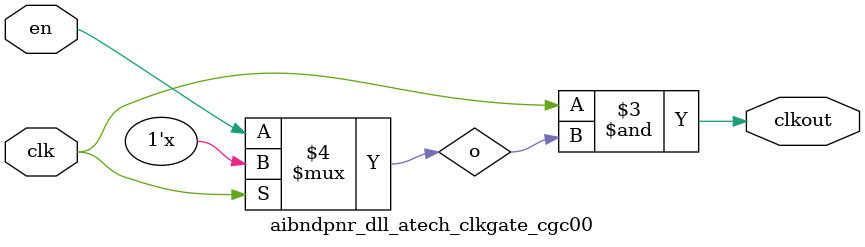
<source format=v>

module aibndpnr_dll_atech_clkgate_cgc00
(
    input    wire   clk,
    input    wire   en,
    output   wire   clkout
);

reg     o;

always @ (en, clk)
    begin
       if (~clk)
          begin
             o <=en;
          end
    end 

assign clkout = clk & o;



endmodule

</source>
